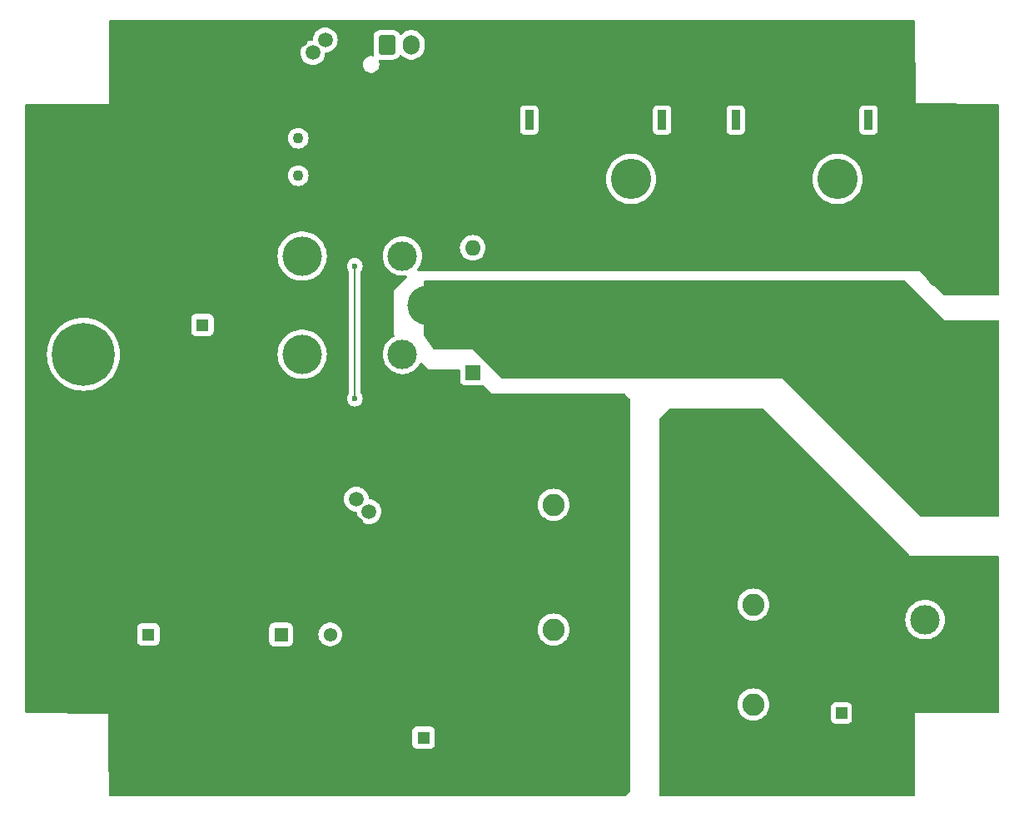
<source format=gbl>
%TF.GenerationSoftware,KiCad,Pcbnew,8.0.1*%
%TF.CreationDate,2024-05-22T17:07:33+09:00*%
%TF.ProjectId,power_bord,706f7765-725f-4626-9f72-642e6b696361,rev?*%
%TF.SameCoordinates,Original*%
%TF.FileFunction,Copper,L2,Bot*%
%TF.FilePolarity,Positive*%
%FSLAX46Y46*%
G04 Gerber Fmt 4.6, Leading zero omitted, Abs format (unit mm)*
G04 Created by KiCad (PCBNEW 8.0.1) date 2024-05-22 17:07:33*
%MOMM*%
%LPD*%
G01*
G04 APERTURE LIST*
G04 Aperture macros list*
%AMRoundRect*
0 Rectangle with rounded corners*
0 $1 Rounding radius*
0 $2 $3 $4 $5 $6 $7 $8 $9 X,Y pos of 4 corners*
0 Add a 4 corners polygon primitive as box body*
4,1,4,$2,$3,$4,$5,$6,$7,$8,$9,$2,$3,0*
0 Add four circle primitives for the rounded corners*
1,1,$1+$1,$2,$3*
1,1,$1+$1,$4,$5*
1,1,$1+$1,$6,$7*
1,1,$1+$1,$8,$9*
0 Add four rect primitives between the rounded corners*
20,1,$1+$1,$2,$3,$4,$5,0*
20,1,$1+$1,$4,$5,$6,$7,0*
20,1,$1+$1,$6,$7,$8,$9,0*
20,1,$1+$1,$8,$9,$2,$3,0*%
G04 Aperture macros list end*
%TA.AperFunction,ComponentPad*%
%ADD10C,1.500000*%
%TD*%
%TA.AperFunction,ComponentPad*%
%ADD11C,4.000000*%
%TD*%
%TA.AperFunction,ComponentPad*%
%ADD12C,3.000000*%
%TD*%
%TA.AperFunction,ComponentPad*%
%ADD13R,0.900000X2.000000*%
%TD*%
%TA.AperFunction,ComponentPad*%
%ADD14RoundRect,1.025000X-1.025000X-1.025000X1.025000X-1.025000X1.025000X1.025000X-1.025000X1.025000X0*%
%TD*%
%TA.AperFunction,ComponentPad*%
%ADD15C,4.100000*%
%TD*%
%TA.AperFunction,ComponentPad*%
%ADD16C,0.800000*%
%TD*%
%TA.AperFunction,ComponentPad*%
%ADD17C,6.400000*%
%TD*%
%TA.AperFunction,ComponentPad*%
%ADD18R,1.150000X1.150000*%
%TD*%
%TA.AperFunction,ComponentPad*%
%ADD19C,1.150000*%
%TD*%
%TA.AperFunction,ComponentPad*%
%ADD20RoundRect,0.250000X-0.600000X-0.750000X0.600000X-0.750000X0.600000X0.750000X-0.600000X0.750000X0*%
%TD*%
%TA.AperFunction,ComponentPad*%
%ADD21O,1.700000X2.000000*%
%TD*%
%TA.AperFunction,ComponentPad*%
%ADD22C,2.250000*%
%TD*%
%TA.AperFunction,ComponentPad*%
%ADD23C,1.100000*%
%TD*%
%TA.AperFunction,ComponentPad*%
%ADD24R,1.275000X1.275000*%
%TD*%
%TA.AperFunction,ComponentPad*%
%ADD25C,1.275000*%
%TD*%
%TA.AperFunction,ComponentPad*%
%ADD26R,1.381000X1.381000*%
%TD*%
%TA.AperFunction,ComponentPad*%
%ADD27C,1.381000*%
%TD*%
%TA.AperFunction,ComponentPad*%
%ADD28R,1.600000X1.600000*%
%TD*%
%TA.AperFunction,ComponentPad*%
%ADD29O,1.600000X1.600000*%
%TD*%
%TA.AperFunction,ViaPad*%
%ADD30C,0.600000*%
%TD*%
%TA.AperFunction,Conductor*%
%ADD31C,0.200000*%
%TD*%
G04 APERTURE END LIST*
D10*
%TO.P,Q2,1,D*%
%TO.N,Net-(J1-Pin_1)*%
X86000000Y-37500000D03*
%TO.P,Q2,2,G*%
%TO.N,Net-(Q1-D)*%
X84730000Y-38800000D03*
%TO.P,Q2,3,S*%
%TO.N,GND*%
X83460000Y-37500000D03*
%TD*%
%TO.P,Q1,1,D*%
%TO.N,Net-(Q1-D)*%
X89158000Y-84230000D03*
%TO.P,Q1,2,G*%
%TO.N,Net-(Q1-G)*%
X90458000Y-85500000D03*
%TO.P,Q1,3,S*%
%TO.N,GND*%
X89158000Y-86770000D03*
%TD*%
D11*
%TO.P,K1,11*%
%TO.N,Net-(J2-Pin_2)*%
X96350000Y-64500000D03*
%TO.P,K1,12*%
%TO.N,Net-(K1-Pad12)*%
X83650000Y-59500000D03*
%TO.P,K1,14*%
%TO.N,VCC*%
X83650000Y-69500000D03*
D12*
%TO.P,K1,A1*%
X93850000Y-69500000D03*
%TO.P,K1,A2*%
%TO.N,Net-(D1-A)*%
X93850000Y-59500000D03*
%TD*%
D13*
%TO.P,J2,*%
%TO.N,*%
X127750000Y-45650000D03*
X141250000Y-45650000D03*
D14*
%TO.P,J2,1,Pin_1*%
%TO.N,GND*%
X130900000Y-51650000D03*
D15*
%TO.P,J2,2,Pin_2*%
%TO.N,Net-(J2-Pin_2)*%
X138100000Y-51650000D03*
%TD*%
D16*
%TO.P,H1,1,1*%
%TO.N,VCC*%
X63800000Y-69500000D03*
X63097056Y-71197056D03*
X63097056Y-67802944D03*
X61400000Y-71900000D03*
D17*
X61400000Y-69500000D03*
D16*
X61400000Y-67100000D03*
X59702944Y-71197056D03*
X59702944Y-67802944D03*
X59000000Y-69500000D03*
%TD*%
D13*
%TO.P,J3,*%
%TO.N,*%
X106750000Y-45650000D03*
X120250000Y-45650000D03*
D14*
%TO.P,J3,1,Pin_1*%
%TO.N,GND*%
X109900000Y-51650000D03*
D15*
%TO.P,J3,2,Pin_2*%
%TO.N,Net-(J2-Pin_2)*%
X117100000Y-51650000D03*
%TD*%
D18*
%TO.P,C10,1*%
%TO.N,Net-(J2-Pin_2)*%
X113500000Y-62750000D03*
D19*
%TO.P,C10,2*%
%TO.N,GND*%
X113500000Y-60250000D03*
%TD*%
D20*
%TO.P,J1,1,Pin_1*%
%TO.N,Net-(J1-Pin_1)*%
X92250000Y-38000000D03*
D21*
%TO.P,J1,2,Pin_2*%
%TO.N,Net-(D1-A)*%
X94750000Y-38000000D03*
%TD*%
D16*
%TO.P,H2,1,1*%
%TO.N,GND*%
X63300000Y-53500000D03*
X62597056Y-55197056D03*
X62597056Y-51802944D03*
X60900000Y-55900000D03*
D17*
X60900000Y-53500000D03*
D16*
X60900000Y-51100000D03*
X59202944Y-55197056D03*
X59202944Y-51802944D03*
X58500000Y-53500000D03*
%TD*%
D22*
%TO.P,PS1,1,CTRL*%
%TO.N,unconnected-(PS1-CTRL-Pad1)*%
X109220000Y-84800000D03*
%TO.P,PS1,2,GND*%
%TO.N,GND*%
X109220000Y-92420000D03*
%TO.P,PS1,3,VIN*%
%TO.N,Net-(PS1-VIN)*%
X109220000Y-97500000D03*
%TO.P,PS1,4,+VO*%
%TO.N,Net-(PS1-+VO)*%
X129540000Y-105120000D03*
%TO.P,PS1,5,TRIM*%
%TO.N,unconnected-(PS1-TRIM-Pad5)*%
X129540000Y-94960000D03*
%TO.P,PS1,6,0V*%
%TO.N,Net-(PS1-0V)*%
X129540000Y-84800000D03*
%TD*%
D23*
%TO.P,R3,1,1*%
%TO.N,GND*%
X75750000Y-51310000D03*
%TO.P,R3,2,2*%
%TO.N,Net-(K1-Pad12)*%
X83250000Y-51310000D03*
%TO.P,R3,3,3*%
X83250000Y-47500000D03*
%TO.P,R3,4,4*%
%TO.N,GND*%
X75750000Y-47500000D03*
%TD*%
D18*
%TO.P,C12,1*%
%TO.N,Net-(PS1-+VO)*%
X138500000Y-106000000D03*
D19*
%TO.P,C12,2*%
%TO.N,Net-(PS1-0V)*%
X138500000Y-108500000D03*
%TD*%
D16*
%TO.P,H6,1,1*%
%TO.N,GND*%
X152300000Y-60000000D03*
X151597056Y-61697056D03*
X151597056Y-58302944D03*
X149900000Y-62400000D03*
D17*
X149900000Y-60000000D03*
D16*
X149900000Y-57600000D03*
X148202944Y-61697056D03*
X148202944Y-58302944D03*
X147500000Y-60000000D03*
%TD*%
D24*
%TO.P,C11,1*%
%TO.N,Net-(J2-Pin_2)*%
X124500000Y-63500000D03*
D25*
%TO.P,C11,2*%
%TO.N,GND*%
X124500000Y-58500000D03*
%TD*%
D26*
%TO.P,L1,1,1*%
%TO.N,VCC*%
X81500000Y-98000000D03*
D27*
%TO.P,L1,2,2*%
%TO.N,Net-(PS1-VIN)*%
X86500000Y-98000000D03*
%TD*%
D28*
%TO.P,D1,1,K*%
%TO.N,VCC*%
X101000000Y-71350000D03*
D29*
%TO.P,D1,2,A*%
%TO.N,Net-(D1-A)*%
X101000000Y-58650000D03*
%TD*%
D12*
%TO.P,J4,1,1*%
%TO.N,Net-(PS1-0V)*%
X141000000Y-96500000D03*
%TO.P,J4,2,2*%
%TO.N,Net-(PS1-+VO)*%
X147000000Y-96500000D03*
%TO.P,J4,3,3*%
%TO.N,Net-(PS1-0V)*%
X144000000Y-91800000D03*
%TD*%
D24*
%TO.P,C1,1*%
%TO.N,VCC*%
X73500000Y-66500000D03*
D25*
%TO.P,C1,2*%
%TO.N,GND*%
X73500000Y-61500000D03*
%TD*%
D24*
%TO.P,C4,1*%
%TO.N,Net-(PS1-VIN)*%
X96000000Y-108500000D03*
D25*
%TO.P,C4,2*%
%TO.N,GND*%
X96000000Y-103500000D03*
%TD*%
D24*
%TO.P,C2,1*%
%TO.N,VCC*%
X68000000Y-98000000D03*
D25*
%TO.P,C2,2*%
%TO.N,GND*%
X63000000Y-98000000D03*
%TD*%
D16*
%TO.P,H5,1,1*%
%TO.N,Net-(J2-Pin_2)*%
X152300000Y-71652944D03*
X151597056Y-73350000D03*
X151597056Y-69955888D03*
X149900000Y-74052944D03*
D17*
X149900000Y-71652944D03*
D16*
X149900000Y-69252944D03*
X148202944Y-73350000D03*
X148202944Y-69955888D03*
X147500000Y-71652944D03*
%TD*%
D30*
%TO.N,GND*%
X88000000Y-79000000D03*
X61000000Y-48000000D03*
X115000000Y-88500000D03*
X62000000Y-90500000D03*
X153000000Y-56500000D03*
X91000000Y-63500000D03*
X102500000Y-90500000D03*
X116000000Y-76500000D03*
X57000000Y-59000000D03*
X73500000Y-47000000D03*
X153500000Y-62500000D03*
X143500000Y-41000000D03*
X146000000Y-56500000D03*
X70500000Y-61500000D03*
X116000000Y-79500000D03*
X62500000Y-86500000D03*
X100500000Y-81500000D03*
X116000000Y-41500000D03*
X96500000Y-85500000D03*
X107500000Y-93500000D03*
X111500000Y-93500000D03*
X84000000Y-81500000D03*
X85500000Y-86000000D03*
X87500000Y-83000000D03*
X85000000Y-75500000D03*
X81000000Y-37500000D03*
X76500000Y-61500000D03*
X82000000Y-85000000D03*
X100500000Y-75000000D03*
X149500000Y-49500000D03*
X91500000Y-51500000D03*
X65000000Y-48000000D03*
X106500000Y-60500000D03*
X101500000Y-94000000D03*
X58000000Y-86500000D03*
X70000000Y-39500000D03*
X108000000Y-91000000D03*
X81500000Y-89000000D03*
X65500000Y-54000000D03*
X101000000Y-54000000D03*
X61000000Y-59000000D03*
X73500000Y-51000000D03*
X74500000Y-84500000D03*
X56500000Y-53500000D03*
X112000000Y-80500000D03*
X91000000Y-75000000D03*
X91500000Y-42500000D03*
X102500000Y-42500000D03*
X73500000Y-59000000D03*
X109500000Y-40500000D03*
X75000000Y-88500000D03*
X91500000Y-80500000D03*
X134000000Y-41000000D03*
X111000000Y-91500000D03*
X76500000Y-84500000D03*
X111500000Y-74500000D03*
X124000000Y-40000000D03*
X56500000Y-48000000D03*
X65000000Y-59000000D03*
%TO.N,Net-(PS1-0V)*%
X140000000Y-94000000D03*
X122000000Y-85500000D03*
X130500000Y-90500000D03*
X129500000Y-83000000D03*
X153000000Y-92000000D03*
X120500000Y-76500000D03*
X142000000Y-92000000D03*
X129000000Y-77500000D03*
X129500000Y-86500000D03*
X131500000Y-85000000D03*
X144000000Y-89500000D03*
X139500000Y-88500000D03*
X123500000Y-91500000D03*
X134500000Y-82500000D03*
X127500000Y-85000000D03*
X138500000Y-97000000D03*
X144000000Y-97000000D03*
X120500000Y-79500000D03*
X144000000Y-94500000D03*
X123500000Y-97000000D03*
X146500000Y-92000000D03*
%TO.N,Net-(Q1-D)*%
X89000000Y-60500000D03*
X89000000Y-74000000D03*
%TD*%
D31*
%TO.N,Net-(Q1-D)*%
X89000000Y-60500000D02*
X89000000Y-73000000D01*
X89000000Y-73000000D02*
X89000000Y-74000000D01*
%TD*%
%TA.AperFunction,Conductor*%
%TO.N,Net-(J2-Pin_2)*%
G36*
X145015677Y-62019685D02*
G01*
X145036319Y-62036319D01*
X149000000Y-66000000D01*
X154375500Y-66000000D01*
X154442539Y-66019685D01*
X154488294Y-66072489D01*
X154499500Y-66124000D01*
X154499500Y-85876000D01*
X154479815Y-85943039D01*
X154427011Y-85988794D01*
X154375500Y-86000000D01*
X146551362Y-86000000D01*
X146484323Y-85980315D01*
X146463681Y-85963681D01*
X132500000Y-72000000D01*
X104051362Y-72000000D01*
X103984323Y-71980315D01*
X103963681Y-71963681D01*
X101000000Y-69000000D01*
X97066363Y-69000000D01*
X96999324Y-68980315D01*
X96963189Y-68944783D01*
X96020826Y-67531239D01*
X96000018Y-67464540D01*
X96000000Y-67462456D01*
X96000000Y-62124000D01*
X96019685Y-62056961D01*
X96072489Y-62011206D01*
X96124000Y-62000000D01*
X144948638Y-62000000D01*
X145015677Y-62019685D01*
G37*
%TD.AperFunction*%
%TD*%
%TA.AperFunction,Conductor*%
%TO.N,GND*%
G36*
X145947483Y-35520185D02*
G01*
X145993238Y-35572989D01*
X146004441Y-35623617D01*
X146063637Y-43936362D01*
X146141068Y-43936880D01*
X154376332Y-43991999D01*
X154443236Y-44012132D01*
X154488637Y-44065241D01*
X154499500Y-44115996D01*
X154499500Y-63376000D01*
X154479815Y-63443039D01*
X154427011Y-63488794D01*
X154375500Y-63500000D01*
X149051362Y-63500000D01*
X148984323Y-63480315D01*
X148963681Y-63463681D01*
X146500000Y-61000000D01*
X95473769Y-61000000D01*
X95406730Y-60980315D01*
X95360975Y-60927511D01*
X95351031Y-60858353D01*
X95374502Y-60801690D01*
X95472118Y-60671288D01*
X95537226Y-60584315D01*
X95674367Y-60333161D01*
X95774369Y-60065046D01*
X95835196Y-59785428D01*
X95855610Y-59500000D01*
X95835196Y-59214572D01*
X95828979Y-59185995D01*
X95774371Y-58934962D01*
X95774370Y-58934960D01*
X95774369Y-58934954D01*
X95674367Y-58666839D01*
X95665173Y-58650001D01*
X99694532Y-58650001D01*
X99714364Y-58876686D01*
X99714366Y-58876697D01*
X99773258Y-59096488D01*
X99773261Y-59096497D01*
X99869431Y-59302732D01*
X99869432Y-59302734D01*
X99999954Y-59489141D01*
X100160858Y-59650045D01*
X100160861Y-59650047D01*
X100347266Y-59780568D01*
X100553504Y-59876739D01*
X100773308Y-59935635D01*
X100935230Y-59949801D01*
X100999998Y-59955468D01*
X101000000Y-59955468D01*
X101000002Y-59955468D01*
X101056673Y-59950509D01*
X101226692Y-59935635D01*
X101446496Y-59876739D01*
X101652734Y-59780568D01*
X101839139Y-59650047D01*
X102000047Y-59489139D01*
X102130568Y-59302734D01*
X102226739Y-59096496D01*
X102285635Y-58876692D01*
X102305468Y-58650000D01*
X102285635Y-58423308D01*
X102226739Y-58203504D01*
X102130568Y-57997266D01*
X102001387Y-57812775D01*
X102000045Y-57810858D01*
X101839141Y-57649954D01*
X101652734Y-57519432D01*
X101652732Y-57519431D01*
X101446497Y-57423261D01*
X101446488Y-57423258D01*
X101226697Y-57364366D01*
X101226693Y-57364365D01*
X101226692Y-57364365D01*
X101226691Y-57364364D01*
X101226686Y-57364364D01*
X101000002Y-57344532D01*
X100999998Y-57344532D01*
X100773313Y-57364364D01*
X100773302Y-57364366D01*
X100553511Y-57423258D01*
X100553502Y-57423261D01*
X100347267Y-57519431D01*
X100347265Y-57519432D01*
X100160858Y-57649954D01*
X99999954Y-57810858D01*
X99869432Y-57997265D01*
X99869431Y-57997267D01*
X99773261Y-58203502D01*
X99773258Y-58203511D01*
X99714366Y-58423302D01*
X99714364Y-58423313D01*
X99694532Y-58649998D01*
X99694532Y-58650001D01*
X95665173Y-58650001D01*
X95541388Y-58423308D01*
X95537229Y-58415690D01*
X95537224Y-58415682D01*
X95365745Y-58186612D01*
X95365729Y-58186594D01*
X95163405Y-57984270D01*
X95163387Y-57984254D01*
X94934317Y-57812775D01*
X94934309Y-57812770D01*
X94683166Y-57675635D01*
X94683167Y-57675635D01*
X94575915Y-57635632D01*
X94415046Y-57575631D01*
X94415043Y-57575630D01*
X94415037Y-57575628D01*
X94135433Y-57514804D01*
X93850001Y-57494390D01*
X93849999Y-57494390D01*
X93564566Y-57514804D01*
X93284962Y-57575628D01*
X93016833Y-57675635D01*
X92765690Y-57812770D01*
X92765682Y-57812775D01*
X92536612Y-57984254D01*
X92536594Y-57984270D01*
X92334270Y-58186594D01*
X92334254Y-58186612D01*
X92162775Y-58415682D01*
X92162770Y-58415690D01*
X92025635Y-58666833D01*
X91925628Y-58934962D01*
X91864804Y-59214566D01*
X91844390Y-59499998D01*
X91844390Y-59500001D01*
X91864804Y-59785433D01*
X91925628Y-60065037D01*
X91925630Y-60065043D01*
X91925631Y-60065046D01*
X91947278Y-60123083D01*
X92025635Y-60333166D01*
X92162770Y-60584309D01*
X92162775Y-60584317D01*
X92334254Y-60813387D01*
X92334270Y-60813405D01*
X92536594Y-61015729D01*
X92536612Y-61015745D01*
X92765682Y-61187224D01*
X92765690Y-61187229D01*
X93016833Y-61324364D01*
X93016832Y-61324364D01*
X93016836Y-61324365D01*
X93016839Y-61324367D01*
X93284954Y-61424369D01*
X93284960Y-61424370D01*
X93284962Y-61424371D01*
X93564566Y-61485195D01*
X93564568Y-61485195D01*
X93564572Y-61485196D01*
X93818220Y-61503337D01*
X93849999Y-61505610D01*
X93850000Y-61505610D01*
X93850001Y-61505610D01*
X93878595Y-61503564D01*
X94135428Y-61485196D01*
X94135433Y-61485195D01*
X94207621Y-61469492D01*
X94277312Y-61474476D01*
X94333246Y-61516347D01*
X94357663Y-61581812D01*
X94342811Y-61650085D01*
X94321660Y-61678339D01*
X93000000Y-62999999D01*
X93000000Y-67500000D01*
X93002420Y-67502420D01*
X93035905Y-67563743D01*
X93030921Y-67633435D01*
X92989049Y-67689368D01*
X92974166Y-67698933D01*
X92765690Y-67812770D01*
X92765682Y-67812775D01*
X92536612Y-67984254D01*
X92536594Y-67984270D01*
X92334270Y-68186594D01*
X92334254Y-68186612D01*
X92162775Y-68415682D01*
X92162770Y-68415690D01*
X92025635Y-68666833D01*
X91925628Y-68934962D01*
X91864804Y-69214566D01*
X91844390Y-69499998D01*
X91844390Y-69500001D01*
X91864804Y-69785433D01*
X91925628Y-70065037D01*
X91925630Y-70065043D01*
X91925631Y-70065046D01*
X92002235Y-70270429D01*
X92025635Y-70333166D01*
X92162770Y-70584309D01*
X92162775Y-70584317D01*
X92334254Y-70813387D01*
X92334270Y-70813405D01*
X92536594Y-71015729D01*
X92536612Y-71015745D01*
X92765682Y-71187224D01*
X92765690Y-71187229D01*
X93016833Y-71324364D01*
X93016832Y-71324364D01*
X93016836Y-71324365D01*
X93016839Y-71324367D01*
X93284954Y-71424369D01*
X93284960Y-71424370D01*
X93284962Y-71424371D01*
X93564566Y-71485195D01*
X93564568Y-71485195D01*
X93564572Y-71485196D01*
X93818220Y-71503337D01*
X93849999Y-71505610D01*
X93850000Y-71505610D01*
X93850001Y-71505610D01*
X93878595Y-71503564D01*
X94135428Y-71485196D01*
X94386964Y-71430478D01*
X94415037Y-71424371D01*
X94415037Y-71424370D01*
X94415046Y-71424369D01*
X94683161Y-71324367D01*
X94934315Y-71187226D01*
X95163395Y-71015739D01*
X95365739Y-70813395D01*
X95537226Y-70584315D01*
X95651066Y-70375832D01*
X95700471Y-70326428D01*
X95768744Y-70311576D01*
X95834208Y-70335993D01*
X95847579Y-70347579D01*
X96500000Y-71000000D01*
X99575500Y-71000000D01*
X99642539Y-71019685D01*
X99688294Y-71072489D01*
X99699500Y-71124000D01*
X99699500Y-72197870D01*
X99699501Y-72197876D01*
X99705908Y-72257483D01*
X99756202Y-72392328D01*
X99756206Y-72392335D01*
X99842452Y-72507544D01*
X99842455Y-72507547D01*
X99957664Y-72593793D01*
X99957671Y-72593797D01*
X100092517Y-72644091D01*
X100092516Y-72644091D01*
X100099444Y-72644835D01*
X100152127Y-72650500D01*
X101847872Y-72650499D01*
X101907483Y-72644091D01*
X102005152Y-72607662D01*
X102074841Y-72602679D01*
X102136164Y-72636164D01*
X103000000Y-73500000D01*
X116448638Y-73500000D01*
X116515677Y-73519685D01*
X116536319Y-73536319D01*
X116963681Y-73963681D01*
X116997166Y-74025004D01*
X117000000Y-74051362D01*
X117000000Y-113948638D01*
X116980315Y-114015677D01*
X116963681Y-114036319D01*
X116536819Y-114463181D01*
X116475496Y-114496666D01*
X116449138Y-114499500D01*
X64118089Y-114499500D01*
X64051050Y-114479815D01*
X64005295Y-114427011D01*
X63994095Y-114376675D01*
X63949204Y-109637999D01*
X63944916Y-109185370D01*
X94862000Y-109185370D01*
X94862001Y-109185376D01*
X94868408Y-109244983D01*
X94918702Y-109379828D01*
X94918706Y-109379835D01*
X95004952Y-109495044D01*
X95004955Y-109495047D01*
X95120164Y-109581293D01*
X95120171Y-109581297D01*
X95255017Y-109631591D01*
X95255016Y-109631591D01*
X95261944Y-109632335D01*
X95314627Y-109638000D01*
X96685372Y-109637999D01*
X96744983Y-109631591D01*
X96879831Y-109581296D01*
X96995046Y-109495046D01*
X97081296Y-109379831D01*
X97131591Y-109244983D01*
X97138000Y-109185373D01*
X97137999Y-107814628D01*
X97131591Y-107755017D01*
X97081296Y-107620169D01*
X97081295Y-107620168D01*
X97081293Y-107620164D01*
X96995047Y-107504955D01*
X96995044Y-107504952D01*
X96879835Y-107418706D01*
X96879828Y-107418702D01*
X96744982Y-107368408D01*
X96744983Y-107368408D01*
X96685383Y-107362001D01*
X96685381Y-107362000D01*
X96685373Y-107362000D01*
X96685364Y-107362000D01*
X95314629Y-107362000D01*
X95314623Y-107362001D01*
X95255016Y-107368408D01*
X95120171Y-107418702D01*
X95120164Y-107418706D01*
X95004955Y-107504952D01*
X95004952Y-107504955D01*
X94918706Y-107620164D01*
X94918702Y-107620171D01*
X94868408Y-107755017D01*
X94862001Y-107814616D01*
X94862001Y-107814623D01*
X94862000Y-107814635D01*
X94862000Y-109185370D01*
X63944916Y-109185370D01*
X63915541Y-106084459D01*
X63915540Y-106084458D01*
X55623325Y-106005868D01*
X55556475Y-105985549D01*
X55511223Y-105932314D01*
X55500500Y-105881874D01*
X55500500Y-98685370D01*
X66862000Y-98685370D01*
X66862001Y-98685376D01*
X66868408Y-98744983D01*
X66918702Y-98879828D01*
X66918706Y-98879835D01*
X67004952Y-98995044D01*
X67004955Y-98995047D01*
X67120164Y-99081293D01*
X67120171Y-99081297D01*
X67255017Y-99131591D01*
X67255016Y-99131591D01*
X67261944Y-99132335D01*
X67314627Y-99138000D01*
X68685372Y-99137999D01*
X68744983Y-99131591D01*
X68879831Y-99081296D01*
X68995046Y-98995046D01*
X69081296Y-98879831D01*
X69131591Y-98744983D01*
X69132302Y-98738370D01*
X80309000Y-98738370D01*
X80309001Y-98738376D01*
X80315408Y-98797983D01*
X80365702Y-98932828D01*
X80365706Y-98932835D01*
X80451952Y-99048044D01*
X80451955Y-99048047D01*
X80567164Y-99134293D01*
X80567171Y-99134297D01*
X80702017Y-99184591D01*
X80702016Y-99184591D01*
X80708944Y-99185335D01*
X80761627Y-99191000D01*
X82238372Y-99190999D01*
X82297983Y-99184591D01*
X82432831Y-99134296D01*
X82548046Y-99048046D01*
X82634296Y-98932831D01*
X82684591Y-98797983D01*
X82691000Y-98738373D01*
X82690999Y-98000000D01*
X85303898Y-98000000D01*
X85324263Y-98219778D01*
X85324263Y-98219780D01*
X85324264Y-98219783D01*
X85384668Y-98432082D01*
X85384669Y-98432085D01*
X85483054Y-98629667D01*
X85616071Y-98805811D01*
X85697273Y-98879835D01*
X85779188Y-98954510D01*
X85966851Y-99070707D01*
X86172671Y-99150442D01*
X86389638Y-99191000D01*
X86389640Y-99191000D01*
X86610360Y-99191000D01*
X86610362Y-99191000D01*
X86827329Y-99150442D01*
X87033149Y-99070707D01*
X87220812Y-98954510D01*
X87383930Y-98805809D01*
X87516946Y-98629667D01*
X87615332Y-98432082D01*
X87675736Y-98219783D01*
X87696102Y-98000000D01*
X87675736Y-97780217D01*
X87615332Y-97567918D01*
X87581513Y-97500000D01*
X107589474Y-97500000D01*
X107609547Y-97755064D01*
X107609547Y-97755067D01*
X107609548Y-97755070D01*
X107616822Y-97785368D01*
X107669279Y-98003864D01*
X107767188Y-98240239D01*
X107767190Y-98240242D01*
X107900875Y-98458396D01*
X107900878Y-98458401D01*
X107941199Y-98505610D01*
X108067044Y-98652956D01*
X108174793Y-98744982D01*
X108261598Y-98819121D01*
X108261603Y-98819124D01*
X108479757Y-98952809D01*
X108479760Y-98952811D01*
X108709682Y-99048047D01*
X108716140Y-99050722D01*
X108964930Y-99110452D01*
X109220000Y-99130526D01*
X109475070Y-99110452D01*
X109723860Y-99050722D01*
X109842051Y-99001765D01*
X109960239Y-98952811D01*
X109960240Y-98952810D01*
X109960243Y-98952809D01*
X110178399Y-98819123D01*
X110372956Y-98652956D01*
X110539123Y-98458399D01*
X110672809Y-98240243D01*
X110694770Y-98187226D01*
X110721765Y-98122051D01*
X110770722Y-98003860D01*
X110830452Y-97755070D01*
X110850526Y-97500000D01*
X110830452Y-97244930D01*
X110770722Y-96996140D01*
X110738646Y-96918702D01*
X110672811Y-96759760D01*
X110672809Y-96759757D01*
X110539124Y-96541603D01*
X110539121Y-96541598D01*
X110429124Y-96412809D01*
X110372956Y-96347044D01*
X110266591Y-96256200D01*
X110178401Y-96180878D01*
X110178396Y-96180875D01*
X109960242Y-96047190D01*
X109960239Y-96047188D01*
X109723864Y-95949279D01*
X109723860Y-95949278D01*
X109475070Y-95889548D01*
X109475067Y-95889547D01*
X109475064Y-95889547D01*
X109220000Y-95869474D01*
X108964935Y-95889547D01*
X108964931Y-95889547D01*
X108964930Y-95889548D01*
X108844759Y-95918399D01*
X108716135Y-95949279D01*
X108479760Y-96047188D01*
X108479757Y-96047190D01*
X108261603Y-96180875D01*
X108261598Y-96180878D01*
X108067044Y-96347044D01*
X107900878Y-96541598D01*
X107900875Y-96541603D01*
X107767190Y-96759757D01*
X107767188Y-96759760D01*
X107669279Y-96996135D01*
X107609547Y-97244935D01*
X107589474Y-97500000D01*
X87581513Y-97500000D01*
X87516946Y-97370333D01*
X87383930Y-97194191D01*
X87383928Y-97194188D01*
X87220813Y-97045491D01*
X87220812Y-97045490D01*
X87033149Y-96929293D01*
X87033148Y-96929292D01*
X86875989Y-96868409D01*
X86827329Y-96849558D01*
X86610362Y-96809000D01*
X86389638Y-96809000D01*
X86172671Y-96849558D01*
X86172668Y-96849558D01*
X86172668Y-96849559D01*
X85966851Y-96929292D01*
X85966850Y-96929293D01*
X85779186Y-97045491D01*
X85616071Y-97194188D01*
X85483054Y-97370332D01*
X85384669Y-97567914D01*
X85324263Y-97780221D01*
X85303898Y-97999999D01*
X85303898Y-98000000D01*
X82690999Y-98000000D01*
X82690999Y-97261628D01*
X82684591Y-97202017D01*
X82676101Y-97179255D01*
X82634297Y-97067171D01*
X82634293Y-97067164D01*
X82548047Y-96951955D01*
X82548044Y-96951952D01*
X82432835Y-96865706D01*
X82432828Y-96865702D01*
X82297982Y-96815408D01*
X82297983Y-96815408D01*
X82238383Y-96809001D01*
X82238381Y-96809000D01*
X82238373Y-96809000D01*
X82238364Y-96809000D01*
X80761629Y-96809000D01*
X80761623Y-96809001D01*
X80702016Y-96815408D01*
X80567171Y-96865702D01*
X80567164Y-96865706D01*
X80451955Y-96951952D01*
X80451952Y-96951955D01*
X80365706Y-97067164D01*
X80365702Y-97067171D01*
X80315408Y-97202017D01*
X80309001Y-97261616D01*
X80309001Y-97261623D01*
X80309000Y-97261635D01*
X80309000Y-98738370D01*
X69132302Y-98738370D01*
X69138000Y-98685373D01*
X69137999Y-97314628D01*
X69131591Y-97255017D01*
X69111823Y-97202017D01*
X69081297Y-97120171D01*
X69081293Y-97120164D01*
X68995047Y-97004955D01*
X68995044Y-97004952D01*
X68879835Y-96918706D01*
X68879828Y-96918702D01*
X68744982Y-96868408D01*
X68744983Y-96868408D01*
X68685383Y-96862001D01*
X68685381Y-96862000D01*
X68685373Y-96862000D01*
X68685364Y-96862000D01*
X67314629Y-96862000D01*
X67314623Y-96862001D01*
X67255016Y-96868408D01*
X67120171Y-96918702D01*
X67120164Y-96918706D01*
X67004955Y-97004952D01*
X67004952Y-97004955D01*
X66918706Y-97120164D01*
X66918702Y-97120171D01*
X66868408Y-97255017D01*
X66867697Y-97261635D01*
X66862001Y-97314623D01*
X66862000Y-97314635D01*
X66862000Y-98685370D01*
X55500500Y-98685370D01*
X55500500Y-84230002D01*
X87902723Y-84230002D01*
X87921793Y-84447975D01*
X87921793Y-84447979D01*
X87978422Y-84659322D01*
X87978424Y-84659326D01*
X87978425Y-84659330D01*
X87994795Y-84694435D01*
X88070897Y-84857638D01*
X88081206Y-84872361D01*
X88196402Y-85036877D01*
X88351123Y-85191598D01*
X88530361Y-85317102D01*
X88728670Y-85409575D01*
X88940023Y-85466207D01*
X89098117Y-85480038D01*
X89163186Y-85505490D01*
X89204165Y-85562081D01*
X89210838Y-85592759D01*
X89221793Y-85717975D01*
X89221793Y-85717979D01*
X89278422Y-85929322D01*
X89278424Y-85929326D01*
X89278425Y-85929330D01*
X89289442Y-85952955D01*
X89370897Y-86127638D01*
X89370898Y-86127639D01*
X89496402Y-86306877D01*
X89651123Y-86461598D01*
X89830361Y-86587102D01*
X90028670Y-86679575D01*
X90240023Y-86736207D01*
X90422926Y-86752208D01*
X90457998Y-86755277D01*
X90458000Y-86755277D01*
X90458002Y-86755277D01*
X90486254Y-86752805D01*
X90675977Y-86736207D01*
X90887330Y-86679575D01*
X91085639Y-86587102D01*
X91264877Y-86461598D01*
X91419598Y-86306877D01*
X91545102Y-86127639D01*
X91637575Y-85929330D01*
X91694207Y-85717977D01*
X91713277Y-85500000D01*
X91710320Y-85466206D01*
X91700112Y-85349522D01*
X91694207Y-85282023D01*
X91637575Y-85070670D01*
X91545102Y-84872362D01*
X91545100Y-84872359D01*
X91545099Y-84872357D01*
X91494434Y-84800000D01*
X107589474Y-84800000D01*
X107609547Y-85055064D01*
X107609547Y-85055067D01*
X107609548Y-85055070D01*
X107613295Y-85070677D01*
X107669279Y-85303864D01*
X107767188Y-85540239D01*
X107767190Y-85540242D01*
X107900875Y-85758396D01*
X107900878Y-85758401D01*
X107941160Y-85805565D01*
X108067044Y-85952956D01*
X108191579Y-86059319D01*
X108261598Y-86119121D01*
X108261600Y-86119122D01*
X108261601Y-86119123D01*
X108435664Y-86225789D01*
X108479757Y-86252809D01*
X108479760Y-86252811D01*
X108716135Y-86350720D01*
X108716140Y-86350722D01*
X108964930Y-86410452D01*
X109220000Y-86430526D01*
X109475070Y-86410452D01*
X109723860Y-86350722D01*
X109943957Y-86259555D01*
X109960239Y-86252811D01*
X109960240Y-86252810D01*
X109960243Y-86252809D01*
X110178399Y-86119123D01*
X110372956Y-85952956D01*
X110539123Y-85758399D01*
X110672809Y-85540243D01*
X110689478Y-85500002D01*
X110770720Y-85303864D01*
X110770722Y-85303860D01*
X110830452Y-85055070D01*
X110850526Y-84800000D01*
X110830452Y-84544930D01*
X110770722Y-84296140D01*
X110761639Y-84274211D01*
X110672811Y-84059760D01*
X110672809Y-84059757D01*
X110539124Y-83841603D01*
X110539121Y-83841598D01*
X110479319Y-83771579D01*
X110372956Y-83647044D01*
X110266591Y-83556200D01*
X110178401Y-83480878D01*
X110178396Y-83480875D01*
X109960242Y-83347190D01*
X109960239Y-83347188D01*
X109723864Y-83249279D01*
X109723860Y-83249278D01*
X109475070Y-83189548D01*
X109475067Y-83189547D01*
X109475064Y-83189547D01*
X109220000Y-83169474D01*
X108964935Y-83189547D01*
X108964931Y-83189547D01*
X108964930Y-83189548D01*
X108840535Y-83219413D01*
X108716135Y-83249279D01*
X108479760Y-83347188D01*
X108479757Y-83347190D01*
X108261603Y-83480875D01*
X108261598Y-83480878D01*
X108067044Y-83647044D01*
X107900878Y-83841598D01*
X107900875Y-83841603D01*
X107767190Y-84059757D01*
X107767188Y-84059760D01*
X107669279Y-84296135D01*
X107609547Y-84544935D01*
X107589474Y-84800000D01*
X91494434Y-84800000D01*
X91419599Y-84693124D01*
X91376953Y-84650478D01*
X91264877Y-84538402D01*
X91085639Y-84412898D01*
X91085640Y-84412898D01*
X91085638Y-84412897D01*
X90986484Y-84366661D01*
X90887330Y-84320425D01*
X90887326Y-84320424D01*
X90887322Y-84320422D01*
X90675977Y-84263793D01*
X90517881Y-84249961D01*
X90452813Y-84224508D01*
X90411834Y-84167917D01*
X90405162Y-84137244D01*
X90394207Y-84012023D01*
X90348543Y-83841603D01*
X90337577Y-83800677D01*
X90337576Y-83800676D01*
X90337575Y-83800670D01*
X90245102Y-83602362D01*
X90245100Y-83602359D01*
X90245099Y-83602357D01*
X90119599Y-83423124D01*
X90043663Y-83347188D01*
X89964877Y-83268402D01*
X89785639Y-83142898D01*
X89785640Y-83142898D01*
X89785638Y-83142897D01*
X89686484Y-83096661D01*
X89587330Y-83050425D01*
X89587326Y-83050424D01*
X89587322Y-83050422D01*
X89375977Y-82993793D01*
X89158002Y-82974723D01*
X89157998Y-82974723D01*
X89012682Y-82987436D01*
X88940023Y-82993793D01*
X88940020Y-82993793D01*
X88728677Y-83050422D01*
X88728668Y-83050426D01*
X88530361Y-83142898D01*
X88530357Y-83142900D01*
X88351121Y-83268402D01*
X88196402Y-83423121D01*
X88070900Y-83602357D01*
X88070898Y-83602361D01*
X87978426Y-83800668D01*
X87978422Y-83800677D01*
X87921793Y-84012020D01*
X87921793Y-84012024D01*
X87902723Y-84229997D01*
X87902723Y-84230002D01*
X55500500Y-84230002D01*
X55500500Y-74000003D01*
X88194435Y-74000003D01*
X88214630Y-74179249D01*
X88214631Y-74179254D01*
X88274211Y-74349523D01*
X88310154Y-74406725D01*
X88370184Y-74502262D01*
X88497738Y-74629816D01*
X88650478Y-74725789D01*
X88820745Y-74785368D01*
X88820750Y-74785369D01*
X88999996Y-74805565D01*
X89000000Y-74805565D01*
X89000004Y-74805565D01*
X89179249Y-74785369D01*
X89179252Y-74785368D01*
X89179255Y-74785368D01*
X89349522Y-74725789D01*
X89502262Y-74629816D01*
X89629816Y-74502262D01*
X89725789Y-74349522D01*
X89785368Y-74179255D01*
X89785369Y-74179249D01*
X89805565Y-74000003D01*
X89805565Y-73999996D01*
X89785369Y-73820750D01*
X89785368Y-73820745D01*
X89725788Y-73650476D01*
X89643606Y-73519685D01*
X89629816Y-73497738D01*
X89629814Y-73497736D01*
X89629813Y-73497734D01*
X89627550Y-73494896D01*
X89626659Y-73492715D01*
X89626111Y-73491842D01*
X89626264Y-73491745D01*
X89601144Y-73430209D01*
X89600500Y-73417587D01*
X89600500Y-61082412D01*
X89620185Y-61015373D01*
X89627555Y-61005097D01*
X89629810Y-61002267D01*
X89629816Y-61002262D01*
X89725789Y-60849522D01*
X89785368Y-60679255D01*
X89805565Y-60500000D01*
X89796812Y-60422316D01*
X89785369Y-60320750D01*
X89785368Y-60320745D01*
X89725788Y-60150476D01*
X89629815Y-59997737D01*
X89502262Y-59870184D01*
X89349523Y-59774211D01*
X89179254Y-59714631D01*
X89179249Y-59714630D01*
X89000004Y-59694435D01*
X88999996Y-59694435D01*
X88820750Y-59714630D01*
X88820745Y-59714631D01*
X88650476Y-59774211D01*
X88497737Y-59870184D01*
X88370184Y-59997737D01*
X88274211Y-60150476D01*
X88214631Y-60320745D01*
X88214630Y-60320750D01*
X88194435Y-60499996D01*
X88194435Y-60500003D01*
X88214630Y-60679249D01*
X88214631Y-60679254D01*
X88274211Y-60849523D01*
X88323215Y-60927511D01*
X88351584Y-60972661D01*
X88370185Y-61002263D01*
X88372445Y-61005097D01*
X88373334Y-61007275D01*
X88373889Y-61008158D01*
X88373734Y-61008255D01*
X88398855Y-61069783D01*
X88399500Y-61082412D01*
X88399500Y-73417587D01*
X88379815Y-73484626D01*
X88372450Y-73494896D01*
X88370186Y-73497734D01*
X88274211Y-73650476D01*
X88214631Y-73820745D01*
X88214630Y-73820750D01*
X88194435Y-73999996D01*
X88194435Y-74000003D01*
X55500500Y-74000003D01*
X55500500Y-69500000D01*
X57694422Y-69500000D01*
X57714722Y-69887339D01*
X57752060Y-70123083D01*
X57775398Y-70270433D01*
X57839015Y-70507857D01*
X57875788Y-70645094D01*
X58014787Y-71007197D01*
X58190877Y-71352793D01*
X58402122Y-71678082D01*
X58402124Y-71678084D01*
X58646219Y-71979516D01*
X58920484Y-72253781D01*
X58920488Y-72253784D01*
X59221917Y-72497877D01*
X59456936Y-72650500D01*
X59547211Y-72709125D01*
X59892806Y-72885214D01*
X60254913Y-73024214D01*
X60629567Y-73124602D01*
X61012662Y-73185278D01*
X61378576Y-73204455D01*
X61399999Y-73205578D01*
X61400000Y-73205578D01*
X61400001Y-73205578D01*
X61420301Y-73204514D01*
X61787338Y-73185278D01*
X62170433Y-73124602D01*
X62545087Y-73024214D01*
X62907194Y-72885214D01*
X63252789Y-72709125D01*
X63578084Y-72497876D01*
X63879516Y-72253781D01*
X64153781Y-71979516D01*
X64397876Y-71678084D01*
X64609125Y-71352789D01*
X64785214Y-71007194D01*
X64924214Y-70645087D01*
X65024602Y-70270433D01*
X65085278Y-69887338D01*
X65105578Y-69500005D01*
X81144556Y-69500005D01*
X81164310Y-69814004D01*
X81164311Y-69814011D01*
X81223270Y-70123083D01*
X81320497Y-70422316D01*
X81320499Y-70422321D01*
X81454461Y-70707003D01*
X81454464Y-70707009D01*
X81623051Y-70972661D01*
X81623054Y-70972665D01*
X81823606Y-71215090D01*
X81823608Y-71215092D01*
X81823610Y-71215094D01*
X81939971Y-71324364D01*
X82052968Y-71430476D01*
X82052978Y-71430484D01*
X82307504Y-71615408D01*
X82307509Y-71615410D01*
X82307516Y-71615416D01*
X82583234Y-71766994D01*
X82583239Y-71766996D01*
X82583241Y-71766997D01*
X82583242Y-71766998D01*
X82875771Y-71882818D01*
X82875774Y-71882819D01*
X83180523Y-71961065D01*
X83180527Y-71961066D01*
X83246010Y-71969338D01*
X83492670Y-72000499D01*
X83492679Y-72000499D01*
X83492682Y-72000500D01*
X83492684Y-72000500D01*
X83807316Y-72000500D01*
X83807318Y-72000500D01*
X83807321Y-72000499D01*
X83807329Y-72000499D01*
X83993593Y-71976968D01*
X84119473Y-71961066D01*
X84424225Y-71882819D01*
X84424228Y-71882818D01*
X84716757Y-71766998D01*
X84716758Y-71766997D01*
X84716756Y-71766997D01*
X84716766Y-71766994D01*
X84992484Y-71615416D01*
X85247030Y-71430478D01*
X85476390Y-71215094D01*
X85676947Y-70972663D01*
X85845537Y-70707007D01*
X85979503Y-70422315D01*
X86076731Y-70123079D01*
X86135688Y-69814015D01*
X86136560Y-69800155D01*
X86155444Y-69500005D01*
X86155444Y-69499994D01*
X86135689Y-69185995D01*
X86135688Y-69185988D01*
X86135688Y-69185985D01*
X86076731Y-68876921D01*
X85979503Y-68577685D01*
X85845537Y-68292993D01*
X85676947Y-68027337D01*
X85676945Y-68027334D01*
X85476393Y-67784909D01*
X85476391Y-67784907D01*
X85247031Y-67569523D01*
X85247021Y-67569515D01*
X84992495Y-67384591D01*
X84992488Y-67384586D01*
X84992484Y-67384584D01*
X84716766Y-67233006D01*
X84716763Y-67233004D01*
X84716758Y-67233002D01*
X84716757Y-67233001D01*
X84424228Y-67117181D01*
X84424225Y-67117180D01*
X84119476Y-67038934D01*
X84119463Y-67038932D01*
X83807329Y-66999500D01*
X83807318Y-66999500D01*
X83492682Y-66999500D01*
X83492670Y-66999500D01*
X83180536Y-67038932D01*
X83180523Y-67038934D01*
X82875774Y-67117180D01*
X82875771Y-67117181D01*
X82583242Y-67233001D01*
X82583241Y-67233002D01*
X82307516Y-67384584D01*
X82307504Y-67384591D01*
X82052978Y-67569515D01*
X82052968Y-67569523D01*
X81823608Y-67784907D01*
X81823606Y-67784909D01*
X81623054Y-68027334D01*
X81623051Y-68027338D01*
X81454464Y-68292990D01*
X81454461Y-68292996D01*
X81320499Y-68577678D01*
X81320497Y-68577683D01*
X81223270Y-68876916D01*
X81164311Y-69185988D01*
X81164310Y-69185995D01*
X81144556Y-69499994D01*
X81144556Y-69500005D01*
X65105578Y-69500005D01*
X65105578Y-69500000D01*
X65085278Y-69112662D01*
X65024602Y-68729567D01*
X64924214Y-68354913D01*
X64785214Y-67992806D01*
X64609125Y-67647211D01*
X64609122Y-67647206D01*
X64397877Y-67321917D01*
X64287303Y-67185370D01*
X72362000Y-67185370D01*
X72362001Y-67185376D01*
X72368408Y-67244983D01*
X72418702Y-67379828D01*
X72418706Y-67379835D01*
X72504952Y-67495044D01*
X72504955Y-67495047D01*
X72620164Y-67581293D01*
X72620171Y-67581297D01*
X72755017Y-67631591D01*
X72755016Y-67631591D01*
X72761944Y-67632335D01*
X72814627Y-67638000D01*
X74185372Y-67637999D01*
X74244983Y-67631591D01*
X74379831Y-67581296D01*
X74495046Y-67495046D01*
X74581296Y-67379831D01*
X74631591Y-67244983D01*
X74638000Y-67185373D01*
X74637999Y-65814628D01*
X74631591Y-65755017D01*
X74613684Y-65707007D01*
X74581297Y-65620171D01*
X74581293Y-65620164D01*
X74495047Y-65504955D01*
X74495044Y-65504952D01*
X74379835Y-65418706D01*
X74379828Y-65418702D01*
X74244982Y-65368408D01*
X74244983Y-65368408D01*
X74185383Y-65362001D01*
X74185381Y-65362000D01*
X74185373Y-65362000D01*
X74185364Y-65362000D01*
X72814629Y-65362000D01*
X72814623Y-65362001D01*
X72755016Y-65368408D01*
X72620171Y-65418702D01*
X72620164Y-65418706D01*
X72504955Y-65504952D01*
X72504952Y-65504955D01*
X72418706Y-65620164D01*
X72418702Y-65620171D01*
X72368408Y-65755017D01*
X72364172Y-65794422D01*
X72362001Y-65814623D01*
X72362000Y-65814635D01*
X72362000Y-67185370D01*
X64287303Y-67185370D01*
X64232084Y-67117180D01*
X64153781Y-67020484D01*
X63879516Y-66746219D01*
X63578084Y-66502124D01*
X63578082Y-66502122D01*
X63252793Y-66290877D01*
X62907197Y-66114787D01*
X62545094Y-65975788D01*
X62545087Y-65975786D01*
X62170433Y-65875398D01*
X62170429Y-65875397D01*
X62170428Y-65875397D01*
X61787339Y-65814722D01*
X61400001Y-65794422D01*
X61399999Y-65794422D01*
X61012660Y-65814722D01*
X60629572Y-65875397D01*
X60629570Y-65875397D01*
X60254905Y-65975788D01*
X59892802Y-66114787D01*
X59547206Y-66290877D01*
X59221917Y-66502122D01*
X58920488Y-66746215D01*
X58920480Y-66746222D01*
X58646222Y-67020480D01*
X58646215Y-67020488D01*
X58402122Y-67321917D01*
X58190877Y-67647206D01*
X58014787Y-67992802D01*
X57875788Y-68354905D01*
X57775397Y-68729570D01*
X57775397Y-68729572D01*
X57714722Y-69112660D01*
X57694422Y-69499999D01*
X57694422Y-69500000D01*
X55500500Y-69500000D01*
X55500500Y-59500005D01*
X81144556Y-59500005D01*
X81164310Y-59814004D01*
X81164311Y-59814011D01*
X81223270Y-60123083D01*
X81320497Y-60422316D01*
X81320499Y-60422321D01*
X81454461Y-60707003D01*
X81454464Y-60707009D01*
X81623051Y-60972661D01*
X81623054Y-60972665D01*
X81823606Y-61215090D01*
X81823608Y-61215092D01*
X81823610Y-61215094D01*
X81939971Y-61324364D01*
X82052968Y-61430476D01*
X82052978Y-61430484D01*
X82307504Y-61615408D01*
X82307509Y-61615410D01*
X82307516Y-61615416D01*
X82583234Y-61766994D01*
X82583239Y-61766996D01*
X82583241Y-61766997D01*
X82583242Y-61766998D01*
X82875771Y-61882818D01*
X82875774Y-61882819D01*
X83069928Y-61932669D01*
X83180527Y-61961066D01*
X83246010Y-61969338D01*
X83492670Y-62000499D01*
X83492679Y-62000499D01*
X83492682Y-62000500D01*
X83492684Y-62000500D01*
X83807316Y-62000500D01*
X83807318Y-62000500D01*
X83807321Y-62000499D01*
X83807329Y-62000499D01*
X83993593Y-61976968D01*
X84119473Y-61961066D01*
X84424225Y-61882819D01*
X84424228Y-61882818D01*
X84716757Y-61766998D01*
X84716758Y-61766997D01*
X84716756Y-61766997D01*
X84716766Y-61766994D01*
X84992484Y-61615416D01*
X85247030Y-61430478D01*
X85476390Y-61215094D01*
X85676947Y-60972663D01*
X85845537Y-60707007D01*
X85979503Y-60422315D01*
X86076731Y-60123079D01*
X86135688Y-59814015D01*
X86135689Y-59814004D01*
X86155444Y-59500005D01*
X86155444Y-59499994D01*
X86135689Y-59185995D01*
X86135688Y-59185988D01*
X86135688Y-59185985D01*
X86076731Y-58876921D01*
X85979503Y-58577685D01*
X85845537Y-58292993D01*
X85676947Y-58027337D01*
X85652071Y-57997267D01*
X85476393Y-57784909D01*
X85476391Y-57784907D01*
X85360029Y-57675635D01*
X85247030Y-57569522D01*
X85247027Y-57569520D01*
X85247021Y-57569515D01*
X84992495Y-57384591D01*
X84992488Y-57384586D01*
X84992484Y-57384584D01*
X84716766Y-57233006D01*
X84716763Y-57233004D01*
X84716758Y-57233002D01*
X84716757Y-57233001D01*
X84424228Y-57117181D01*
X84424225Y-57117180D01*
X84119476Y-57038934D01*
X84119463Y-57038932D01*
X83807329Y-56999500D01*
X83807318Y-56999500D01*
X83492682Y-56999500D01*
X83492670Y-56999500D01*
X83180536Y-57038932D01*
X83180523Y-57038934D01*
X82875774Y-57117180D01*
X82875771Y-57117181D01*
X82583242Y-57233001D01*
X82583241Y-57233002D01*
X82307516Y-57384584D01*
X82307504Y-57384591D01*
X82052978Y-57569515D01*
X82052968Y-57569523D01*
X81823608Y-57784907D01*
X81823606Y-57784909D01*
X81623054Y-58027334D01*
X81623051Y-58027338D01*
X81454464Y-58292990D01*
X81454461Y-58292996D01*
X81320499Y-58577678D01*
X81320497Y-58577683D01*
X81223270Y-58876916D01*
X81164311Y-59185988D01*
X81164310Y-59185995D01*
X81144556Y-59499994D01*
X81144556Y-59500005D01*
X55500500Y-59500005D01*
X55500500Y-51310000D01*
X82194417Y-51310000D01*
X82214699Y-51515932D01*
X82214700Y-51515934D01*
X82274768Y-51713954D01*
X82372315Y-51896450D01*
X82372317Y-51896452D01*
X82503589Y-52056410D01*
X82600209Y-52135702D01*
X82663550Y-52187685D01*
X82846046Y-52285232D01*
X83044066Y-52345300D01*
X83044065Y-52345300D01*
X83062529Y-52347118D01*
X83250000Y-52365583D01*
X83455934Y-52345300D01*
X83653954Y-52285232D01*
X83836450Y-52187685D01*
X83996410Y-52056410D01*
X84127685Y-51896450D01*
X84225232Y-51713954D01*
X84244630Y-51650005D01*
X114544457Y-51650005D01*
X114564606Y-51970283D01*
X114564607Y-51970290D01*
X114624745Y-52285542D01*
X114723916Y-52590759D01*
X114723918Y-52590764D01*
X114860558Y-52881138D01*
X114860562Y-52881144D01*
X115032520Y-53152108D01*
X115032522Y-53152111D01*
X115237087Y-53399388D01*
X115471034Y-53619078D01*
X115471044Y-53619086D01*
X115730660Y-53807708D01*
X115730666Y-53807711D01*
X115730672Y-53807716D01*
X116011903Y-53962324D01*
X116310294Y-54080466D01*
X116310293Y-54080466D01*
X116621135Y-54160276D01*
X116621139Y-54160277D01*
X116687935Y-54168715D01*
X116939524Y-54200499D01*
X116939533Y-54200499D01*
X116939536Y-54200500D01*
X116939538Y-54200500D01*
X117260462Y-54200500D01*
X117260464Y-54200500D01*
X117260467Y-54200499D01*
X117260475Y-54200499D01*
X117450463Y-54176497D01*
X117578861Y-54160277D01*
X117889706Y-54080466D01*
X118188097Y-53962324D01*
X118469328Y-53807716D01*
X118728964Y-53619080D01*
X118962911Y-53399390D01*
X119167478Y-53152110D01*
X119339439Y-52881142D01*
X119476084Y-52590758D01*
X119575256Y-52285538D01*
X119635392Y-51970294D01*
X119640038Y-51896450D01*
X119655543Y-51650005D01*
X135544457Y-51650005D01*
X135564606Y-51970283D01*
X135564607Y-51970290D01*
X135624745Y-52285542D01*
X135723916Y-52590759D01*
X135723918Y-52590764D01*
X135860558Y-52881138D01*
X135860562Y-52881144D01*
X136032520Y-53152108D01*
X136032522Y-53152111D01*
X136237087Y-53399388D01*
X136471034Y-53619078D01*
X136471044Y-53619086D01*
X136730660Y-53807708D01*
X136730666Y-53807711D01*
X136730672Y-53807716D01*
X137011903Y-53962324D01*
X137310294Y-54080466D01*
X137310293Y-54080466D01*
X137621135Y-54160276D01*
X137621139Y-54160277D01*
X137687935Y-54168715D01*
X137939524Y-54200499D01*
X137939533Y-54200499D01*
X137939536Y-54200500D01*
X137939538Y-54200500D01*
X138260462Y-54200500D01*
X138260464Y-54200500D01*
X138260467Y-54200499D01*
X138260475Y-54200499D01*
X138450463Y-54176497D01*
X138578861Y-54160277D01*
X138889706Y-54080466D01*
X139188097Y-53962324D01*
X139469328Y-53807716D01*
X139728964Y-53619080D01*
X139962911Y-53399390D01*
X140167478Y-53152110D01*
X140339439Y-52881142D01*
X140476084Y-52590758D01*
X140575256Y-52285538D01*
X140635392Y-51970294D01*
X140640038Y-51896450D01*
X140655543Y-51650005D01*
X140655543Y-51649994D01*
X140635393Y-51329716D01*
X140635392Y-51329709D01*
X140635392Y-51329706D01*
X140575256Y-51014462D01*
X140476084Y-50709242D01*
X140407545Y-50563589D01*
X140339441Y-50418861D01*
X140339437Y-50418855D01*
X140167479Y-50147891D01*
X140167477Y-50147888D01*
X139962912Y-49900611D01*
X139728965Y-49680921D01*
X139728955Y-49680913D01*
X139469339Y-49492291D01*
X139469321Y-49492280D01*
X139188096Y-49337675D01*
X139188093Y-49337674D01*
X138889703Y-49219533D01*
X138889706Y-49219533D01*
X138578864Y-49139723D01*
X138578851Y-49139721D01*
X138260475Y-49099500D01*
X138260464Y-49099500D01*
X137939536Y-49099500D01*
X137939524Y-49099500D01*
X137621148Y-49139721D01*
X137621135Y-49139723D01*
X137310294Y-49219533D01*
X137011906Y-49337674D01*
X137011903Y-49337675D01*
X136730678Y-49492280D01*
X136730660Y-49492291D01*
X136471044Y-49680913D01*
X136471034Y-49680921D01*
X136237087Y-49900611D01*
X136032522Y-50147888D01*
X136032520Y-50147891D01*
X135860562Y-50418855D01*
X135860558Y-50418861D01*
X135723918Y-50709235D01*
X135723916Y-50709240D01*
X135624745Y-51014457D01*
X135564607Y-51329709D01*
X135564606Y-51329716D01*
X135544457Y-51649994D01*
X135544457Y-51650005D01*
X119655543Y-51650005D01*
X119655543Y-51649994D01*
X119635393Y-51329716D01*
X119635392Y-51329709D01*
X119635392Y-51329706D01*
X119575256Y-51014462D01*
X119476084Y-50709242D01*
X119407545Y-50563589D01*
X119339441Y-50418861D01*
X119339437Y-50418855D01*
X119167479Y-50147891D01*
X119167477Y-50147888D01*
X118962912Y-49900611D01*
X118728965Y-49680921D01*
X118728955Y-49680913D01*
X118469339Y-49492291D01*
X118469321Y-49492280D01*
X118188096Y-49337675D01*
X118188093Y-49337674D01*
X117889703Y-49219533D01*
X117889706Y-49219533D01*
X117578864Y-49139723D01*
X117578851Y-49139721D01*
X117260475Y-49099500D01*
X117260464Y-49099500D01*
X116939536Y-49099500D01*
X116939524Y-49099500D01*
X116621148Y-49139721D01*
X116621135Y-49139723D01*
X116310294Y-49219533D01*
X116011906Y-49337674D01*
X116011903Y-49337675D01*
X115730678Y-49492280D01*
X115730660Y-49492291D01*
X115471044Y-49680913D01*
X115471034Y-49680921D01*
X115237087Y-49900611D01*
X115032522Y-50147888D01*
X115032520Y-50147891D01*
X114860562Y-50418855D01*
X114860558Y-50418861D01*
X114723918Y-50709235D01*
X114723916Y-50709240D01*
X114624745Y-51014457D01*
X114564607Y-51329709D01*
X114564606Y-51329716D01*
X114544457Y-51649994D01*
X114544457Y-51650005D01*
X84244630Y-51650005D01*
X84285300Y-51515934D01*
X84305583Y-51310000D01*
X84285300Y-51104066D01*
X84225232Y-50906046D01*
X84127685Y-50723550D01*
X84075702Y-50660209D01*
X83996410Y-50563589D01*
X83836452Y-50432317D01*
X83836453Y-50432317D01*
X83836450Y-50432315D01*
X83653954Y-50334768D01*
X83455934Y-50274700D01*
X83455932Y-50274699D01*
X83455934Y-50274699D01*
X83250000Y-50254417D01*
X83044067Y-50274699D01*
X82846043Y-50334769D01*
X82735898Y-50393643D01*
X82663550Y-50432315D01*
X82663548Y-50432316D01*
X82663547Y-50432317D01*
X82503589Y-50563589D01*
X82372317Y-50723547D01*
X82274769Y-50906043D01*
X82214699Y-51104067D01*
X82194417Y-51310000D01*
X55500500Y-51310000D01*
X55500500Y-47500000D01*
X82194417Y-47500000D01*
X82214699Y-47705932D01*
X82214700Y-47705934D01*
X82274768Y-47903954D01*
X82372315Y-48086450D01*
X82372317Y-48086452D01*
X82503589Y-48246410D01*
X82600209Y-48325702D01*
X82663550Y-48377685D01*
X82846046Y-48475232D01*
X83044066Y-48535300D01*
X83044065Y-48535300D01*
X83062529Y-48537118D01*
X83250000Y-48555583D01*
X83455934Y-48535300D01*
X83653954Y-48475232D01*
X83836450Y-48377685D01*
X83996410Y-48246410D01*
X84127685Y-48086450D01*
X84225232Y-47903954D01*
X84285300Y-47705934D01*
X84305583Y-47500000D01*
X84285300Y-47294066D01*
X84225232Y-47096046D01*
X84127685Y-46913550D01*
X84075702Y-46850209D01*
X83996410Y-46753589D01*
X83928515Y-46697870D01*
X105799500Y-46697870D01*
X105799501Y-46697876D01*
X105805908Y-46757483D01*
X105856202Y-46892328D01*
X105856206Y-46892335D01*
X105942452Y-47007544D01*
X105942455Y-47007547D01*
X106057664Y-47093793D01*
X106057671Y-47093797D01*
X106192517Y-47144091D01*
X106192516Y-47144091D01*
X106199444Y-47144835D01*
X106252127Y-47150500D01*
X107247872Y-47150499D01*
X107307483Y-47144091D01*
X107442331Y-47093796D01*
X107557546Y-47007546D01*
X107643796Y-46892331D01*
X107694091Y-46757483D01*
X107700500Y-46697873D01*
X107700500Y-46697870D01*
X119299500Y-46697870D01*
X119299501Y-46697876D01*
X119305908Y-46757483D01*
X119356202Y-46892328D01*
X119356206Y-46892335D01*
X119442452Y-47007544D01*
X119442455Y-47007547D01*
X119557664Y-47093793D01*
X119557671Y-47093797D01*
X119692517Y-47144091D01*
X119692516Y-47144091D01*
X119699444Y-47144835D01*
X119752127Y-47150500D01*
X120747872Y-47150499D01*
X120807483Y-47144091D01*
X120942331Y-47093796D01*
X121057546Y-47007546D01*
X121143796Y-46892331D01*
X121194091Y-46757483D01*
X121200500Y-46697873D01*
X121200500Y-46697870D01*
X126799500Y-46697870D01*
X126799501Y-46697876D01*
X126805908Y-46757483D01*
X126856202Y-46892328D01*
X126856206Y-46892335D01*
X126942452Y-47007544D01*
X126942455Y-47007547D01*
X127057664Y-47093793D01*
X127057671Y-47093797D01*
X127192517Y-47144091D01*
X127192516Y-47144091D01*
X127199444Y-47144835D01*
X127252127Y-47150500D01*
X128247872Y-47150499D01*
X128307483Y-47144091D01*
X128442331Y-47093796D01*
X128557546Y-47007546D01*
X128643796Y-46892331D01*
X128694091Y-46757483D01*
X128700500Y-46697873D01*
X128700500Y-46697870D01*
X140299500Y-46697870D01*
X140299501Y-46697876D01*
X140305908Y-46757483D01*
X140356202Y-46892328D01*
X140356206Y-46892335D01*
X140442452Y-47007544D01*
X140442455Y-47007547D01*
X140557664Y-47093793D01*
X140557671Y-47093797D01*
X140692517Y-47144091D01*
X140692516Y-47144091D01*
X140699444Y-47144835D01*
X140752127Y-47150500D01*
X141747872Y-47150499D01*
X141807483Y-47144091D01*
X141942331Y-47093796D01*
X142057546Y-47007546D01*
X142143796Y-46892331D01*
X142194091Y-46757483D01*
X142200500Y-46697873D01*
X142200499Y-44602128D01*
X142194091Y-44542517D01*
X142143796Y-44407669D01*
X142143795Y-44407668D01*
X142143793Y-44407664D01*
X142057547Y-44292455D01*
X142057544Y-44292452D01*
X141942335Y-44206206D01*
X141942328Y-44206202D01*
X141807482Y-44155908D01*
X141807483Y-44155908D01*
X141747883Y-44149501D01*
X141747881Y-44149500D01*
X141747873Y-44149500D01*
X141747864Y-44149500D01*
X140752129Y-44149500D01*
X140752123Y-44149501D01*
X140692516Y-44155908D01*
X140557671Y-44206202D01*
X140557664Y-44206206D01*
X140442455Y-44292452D01*
X140442452Y-44292455D01*
X140356206Y-44407664D01*
X140356202Y-44407671D01*
X140305908Y-44542517D01*
X140299501Y-44602116D01*
X140299501Y-44602123D01*
X140299500Y-44602135D01*
X140299500Y-46697870D01*
X128700500Y-46697870D01*
X128700499Y-44602128D01*
X128694091Y-44542517D01*
X128643796Y-44407669D01*
X128643795Y-44407668D01*
X128643793Y-44407664D01*
X128557547Y-44292455D01*
X128557544Y-44292452D01*
X128442335Y-44206206D01*
X128442328Y-44206202D01*
X128307482Y-44155908D01*
X128307483Y-44155908D01*
X128247883Y-44149501D01*
X128247881Y-44149500D01*
X128247873Y-44149500D01*
X128247864Y-44149500D01*
X127252129Y-44149500D01*
X127252123Y-44149501D01*
X127192516Y-44155908D01*
X127057671Y-44206202D01*
X127057664Y-44206206D01*
X126942455Y-44292452D01*
X126942452Y-44292455D01*
X126856206Y-44407664D01*
X126856202Y-44407671D01*
X126805908Y-44542517D01*
X126799501Y-44602116D01*
X126799501Y-44602123D01*
X126799500Y-44602135D01*
X126799500Y-46697870D01*
X121200500Y-46697870D01*
X121200499Y-44602128D01*
X121194091Y-44542517D01*
X121143796Y-44407669D01*
X121143795Y-44407668D01*
X121143793Y-44407664D01*
X121057547Y-44292455D01*
X121057544Y-44292452D01*
X120942335Y-44206206D01*
X120942328Y-44206202D01*
X120807482Y-44155908D01*
X120807483Y-44155908D01*
X120747883Y-44149501D01*
X120747881Y-44149500D01*
X120747873Y-44149500D01*
X120747864Y-44149500D01*
X119752129Y-44149500D01*
X119752123Y-44149501D01*
X119692516Y-44155908D01*
X119557671Y-44206202D01*
X119557664Y-44206206D01*
X119442455Y-44292452D01*
X119442452Y-44292455D01*
X119356206Y-44407664D01*
X119356202Y-44407671D01*
X119305908Y-44542517D01*
X119299501Y-44602116D01*
X119299501Y-44602123D01*
X119299500Y-44602135D01*
X119299500Y-46697870D01*
X107700500Y-46697870D01*
X107700499Y-44602128D01*
X107694091Y-44542517D01*
X107643796Y-44407669D01*
X107643795Y-44407668D01*
X107643793Y-44407664D01*
X107557547Y-44292455D01*
X107557544Y-44292452D01*
X107442335Y-44206206D01*
X107442328Y-44206202D01*
X107307482Y-44155908D01*
X107307483Y-44155908D01*
X107247883Y-44149501D01*
X107247881Y-44149500D01*
X107247873Y-44149500D01*
X107247864Y-44149500D01*
X106252129Y-44149500D01*
X106252123Y-44149501D01*
X106192516Y-44155908D01*
X106057671Y-44206202D01*
X106057664Y-44206206D01*
X105942455Y-44292452D01*
X105942452Y-44292455D01*
X105856206Y-44407664D01*
X105856202Y-44407671D01*
X105805908Y-44542517D01*
X105799501Y-44602116D01*
X105799501Y-44602123D01*
X105799500Y-44602135D01*
X105799500Y-46697870D01*
X83928515Y-46697870D01*
X83836452Y-46622317D01*
X83836453Y-46622317D01*
X83836450Y-46622315D01*
X83653954Y-46524768D01*
X83455934Y-46464700D01*
X83455932Y-46464699D01*
X83455934Y-46464699D01*
X83250000Y-46444417D01*
X83044067Y-46464699D01*
X82846043Y-46524769D01*
X82735898Y-46583643D01*
X82663550Y-46622315D01*
X82663548Y-46622316D01*
X82663547Y-46622317D01*
X82503589Y-46753589D01*
X82372317Y-46913547D01*
X82274769Y-47096043D01*
X82214699Y-47294067D01*
X82194417Y-47500000D01*
X55500500Y-47500000D01*
X55500500Y-44124000D01*
X55520185Y-44056961D01*
X55572989Y-44011206D01*
X55624500Y-44000000D01*
X64040671Y-44000000D01*
X64022973Y-40083771D01*
X89799500Y-40083771D01*
X89832182Y-40248074D01*
X89832184Y-40248082D01*
X89896295Y-40402860D01*
X89989373Y-40542162D01*
X90107837Y-40660626D01*
X90200494Y-40722537D01*
X90247137Y-40753703D01*
X90401918Y-40817816D01*
X90566228Y-40850499D01*
X90566232Y-40850500D01*
X90566233Y-40850500D01*
X90733768Y-40850500D01*
X90733769Y-40850499D01*
X90898082Y-40817816D01*
X91052863Y-40753703D01*
X91192162Y-40660626D01*
X91310626Y-40542162D01*
X91403703Y-40402863D01*
X91467816Y-40248082D01*
X91500500Y-40083767D01*
X91500500Y-39916233D01*
X91467816Y-39751918D01*
X91432729Y-39667213D01*
X91425261Y-39597745D01*
X91456536Y-39535265D01*
X91516625Y-39499613D01*
X91559891Y-39496403D01*
X91599991Y-39500500D01*
X92900008Y-39500499D01*
X92908682Y-39499613D01*
X92940105Y-39496403D01*
X93002797Y-39489999D01*
X93169334Y-39434814D01*
X93318656Y-39342712D01*
X93442712Y-39218656D01*
X93534814Y-39069334D01*
X93534814Y-39069331D01*
X93538178Y-39063879D01*
X93590126Y-39017154D01*
X93659088Y-39005931D01*
X93723170Y-39033774D01*
X93731398Y-39041294D01*
X93870213Y-39180109D01*
X94042179Y-39305048D01*
X94042181Y-39305049D01*
X94042184Y-39305051D01*
X94231588Y-39401557D01*
X94433757Y-39467246D01*
X94643713Y-39500500D01*
X94643714Y-39500500D01*
X94856286Y-39500500D01*
X94856287Y-39500500D01*
X95066243Y-39467246D01*
X95268412Y-39401557D01*
X95457816Y-39305051D01*
X95538685Y-39246297D01*
X95629786Y-39180109D01*
X95629788Y-39180106D01*
X95629792Y-39180104D01*
X95780104Y-39029792D01*
X95780106Y-39029788D01*
X95780109Y-39029786D01*
X95905048Y-38857820D01*
X95905047Y-38857820D01*
X95905051Y-38857816D01*
X96001557Y-38668412D01*
X96067246Y-38466243D01*
X96100500Y-38256287D01*
X96100500Y-37743713D01*
X96067246Y-37533757D01*
X96001557Y-37331588D01*
X95905051Y-37142184D01*
X95905049Y-37142181D01*
X95905048Y-37142179D01*
X95780109Y-36970213D01*
X95629786Y-36819890D01*
X95457820Y-36694951D01*
X95268414Y-36598444D01*
X95268413Y-36598443D01*
X95268412Y-36598443D01*
X95066243Y-36532754D01*
X95066241Y-36532753D01*
X95066240Y-36532753D01*
X94904957Y-36507208D01*
X94856287Y-36499500D01*
X94643713Y-36499500D01*
X94595042Y-36507208D01*
X94433760Y-36532753D01*
X94231585Y-36598444D01*
X94042179Y-36694951D01*
X93870215Y-36819889D01*
X93731398Y-36958706D01*
X93670075Y-36992190D01*
X93600383Y-36987206D01*
X93544450Y-36945334D01*
X93538178Y-36936120D01*
X93442712Y-36781344D01*
X93318657Y-36657289D01*
X93318656Y-36657288D01*
X93169334Y-36565186D01*
X93002797Y-36510001D01*
X93002795Y-36510000D01*
X92900010Y-36499500D01*
X91599998Y-36499500D01*
X91599981Y-36499501D01*
X91497203Y-36510000D01*
X91497200Y-36510001D01*
X91330668Y-36565185D01*
X91330663Y-36565187D01*
X91181342Y-36657289D01*
X91057289Y-36781342D01*
X90965187Y-36930663D01*
X90965185Y-36930668D01*
X90960325Y-36945334D01*
X90910001Y-37097203D01*
X90910001Y-37097204D01*
X90910000Y-37097204D01*
X90899500Y-37199983D01*
X90899500Y-38800001D01*
X90899501Y-38800018D01*
X90910000Y-38902796D01*
X90910001Y-38902799D01*
X90942961Y-39002264D01*
X90945363Y-39072092D01*
X90909631Y-39132134D01*
X90847111Y-39163327D01*
X90801065Y-39162886D01*
X90761286Y-39154973D01*
X90733767Y-39149500D01*
X90566233Y-39149500D01*
X90566228Y-39149500D01*
X90401925Y-39182182D01*
X90401917Y-39182184D01*
X90247139Y-39246295D01*
X90107837Y-39339373D01*
X89989373Y-39457837D01*
X89896295Y-39597139D01*
X89832184Y-39751917D01*
X89832182Y-39751925D01*
X89799500Y-39916228D01*
X89799500Y-40083771D01*
X64022973Y-40083771D01*
X64017172Y-38800002D01*
X83474723Y-38800002D01*
X83493793Y-39017975D01*
X83493793Y-39017979D01*
X83550422Y-39229322D01*
X83550424Y-39229326D01*
X83550425Y-39229330D01*
X83558336Y-39246295D01*
X83642897Y-39427638D01*
X83647922Y-39434814D01*
X83768402Y-39606877D01*
X83923123Y-39761598D01*
X84102361Y-39887102D01*
X84300670Y-39979575D01*
X84512023Y-40036207D01*
X84694926Y-40052208D01*
X84729998Y-40055277D01*
X84730000Y-40055277D01*
X84730002Y-40055277D01*
X84758254Y-40052805D01*
X84947977Y-40036207D01*
X85159330Y-39979575D01*
X85357639Y-39887102D01*
X85536877Y-39761598D01*
X85691598Y-39606877D01*
X85817102Y-39427639D01*
X85909575Y-39229330D01*
X85966207Y-39017977D01*
X85980038Y-38859881D01*
X86005490Y-38794813D01*
X86062081Y-38753834D01*
X86092754Y-38747162D01*
X86217977Y-38736207D01*
X86429330Y-38679575D01*
X86627639Y-38587102D01*
X86806877Y-38461598D01*
X86961598Y-38306877D01*
X87087102Y-38127639D01*
X87179575Y-37929330D01*
X87236207Y-37717977D01*
X87255277Y-37500000D01*
X87236207Y-37282023D01*
X87179575Y-37070670D01*
X87087102Y-36872362D01*
X87087100Y-36872359D01*
X87087099Y-36872357D01*
X86961599Y-36693124D01*
X86925763Y-36657288D01*
X86806877Y-36538402D01*
X86627639Y-36412898D01*
X86627640Y-36412898D01*
X86627638Y-36412897D01*
X86528484Y-36366661D01*
X86429330Y-36320425D01*
X86429326Y-36320424D01*
X86429322Y-36320422D01*
X86217977Y-36263793D01*
X86000002Y-36244723D01*
X85999998Y-36244723D01*
X85854682Y-36257436D01*
X85782023Y-36263793D01*
X85782020Y-36263793D01*
X85570677Y-36320422D01*
X85570668Y-36320426D01*
X85372361Y-36412898D01*
X85372357Y-36412900D01*
X85193121Y-36538402D01*
X85038402Y-36693121D01*
X84912900Y-36872357D01*
X84912898Y-36872361D01*
X84820426Y-37070668D01*
X84820422Y-37070677D01*
X84763793Y-37282020D01*
X84763793Y-37282023D01*
X84749961Y-37440118D01*
X84724508Y-37505186D01*
X84667917Y-37546165D01*
X84637240Y-37552838D01*
X84546673Y-37560761D01*
X84512023Y-37563793D01*
X84512020Y-37563793D01*
X84300677Y-37620422D01*
X84300668Y-37620426D01*
X84102361Y-37712898D01*
X84102357Y-37712900D01*
X83923121Y-37838402D01*
X83768402Y-37993121D01*
X83642900Y-38172357D01*
X83642898Y-38172361D01*
X83550426Y-38370668D01*
X83550422Y-38370677D01*
X83493793Y-38582020D01*
X83493793Y-38582024D01*
X83474723Y-38799997D01*
X83474723Y-38800002D01*
X64017172Y-38800002D01*
X64002825Y-35625060D01*
X64022207Y-35557933D01*
X64074803Y-35511940D01*
X64126824Y-35500500D01*
X145880444Y-35500500D01*
X145947483Y-35520185D01*
G37*
%TD.AperFunction*%
%TD*%
%TA.AperFunction,Conductor*%
%TO.N,Net-(PS1-0V)*%
G36*
X130515677Y-75019685D02*
G01*
X130536319Y-75036319D01*
X145500000Y-90000000D01*
X154375500Y-90000000D01*
X154442539Y-90019685D01*
X154488294Y-90072489D01*
X154499500Y-90124000D01*
X154499500Y-105876299D01*
X154479815Y-105943338D01*
X154427011Y-105989093D01*
X154375560Y-106000299D01*
X146004330Y-106004330D01*
X146003818Y-107069091D01*
X146000301Y-114375560D01*
X145980584Y-114442590D01*
X145927758Y-114488319D01*
X145876301Y-114499500D01*
X120124000Y-114499500D01*
X120056961Y-114479815D01*
X120011206Y-114427011D01*
X120000000Y-114375500D01*
X120000000Y-105120000D01*
X127909474Y-105120000D01*
X127929547Y-105375064D01*
X127929547Y-105375067D01*
X127929548Y-105375070D01*
X127930044Y-105377135D01*
X127989279Y-105623864D01*
X128087188Y-105860239D01*
X128087190Y-105860242D01*
X128220875Y-106078396D01*
X128220878Y-106078401D01*
X128296200Y-106166591D01*
X128387044Y-106272956D01*
X128511579Y-106379319D01*
X128581598Y-106439121D01*
X128581603Y-106439124D01*
X128799757Y-106572809D01*
X128799760Y-106572811D01*
X129036135Y-106670720D01*
X129036140Y-106670722D01*
X129284930Y-106730452D01*
X129540000Y-106750526D01*
X129795070Y-106730452D01*
X130043860Y-106670722D01*
X130159383Y-106622870D01*
X137424500Y-106622870D01*
X137424501Y-106622876D01*
X137430908Y-106682483D01*
X137481202Y-106817328D01*
X137481206Y-106817335D01*
X137567452Y-106932544D01*
X137567455Y-106932547D01*
X137682664Y-107018793D01*
X137682671Y-107018797D01*
X137817517Y-107069091D01*
X137817516Y-107069091D01*
X137824444Y-107069835D01*
X137877127Y-107075500D01*
X139122872Y-107075499D01*
X139182483Y-107069091D01*
X139317331Y-107018796D01*
X139432546Y-106932546D01*
X139518796Y-106817331D01*
X139569091Y-106682483D01*
X139575500Y-106622873D01*
X139575499Y-105377128D01*
X139569091Y-105317517D01*
X139518796Y-105182669D01*
X139518795Y-105182668D01*
X139518793Y-105182664D01*
X139432547Y-105067455D01*
X139432544Y-105067452D01*
X139317335Y-104981206D01*
X139317328Y-104981202D01*
X139182482Y-104930908D01*
X139182483Y-104930908D01*
X139122883Y-104924501D01*
X139122881Y-104924500D01*
X139122873Y-104924500D01*
X139122864Y-104924500D01*
X137877129Y-104924500D01*
X137877123Y-104924501D01*
X137817516Y-104930908D01*
X137682671Y-104981202D01*
X137682664Y-104981206D01*
X137567455Y-105067452D01*
X137567452Y-105067455D01*
X137481206Y-105182664D01*
X137481202Y-105182671D01*
X137430908Y-105317517D01*
X137424722Y-105375064D01*
X137424501Y-105377123D01*
X137424500Y-105377135D01*
X137424500Y-106622870D01*
X130159383Y-106622870D01*
X130162051Y-106621765D01*
X130280239Y-106572811D01*
X130280240Y-106572810D01*
X130280243Y-106572809D01*
X130498399Y-106439123D01*
X130692956Y-106272956D01*
X130859123Y-106078399D01*
X130992809Y-105860243D01*
X131090722Y-105623860D01*
X131150452Y-105375070D01*
X131170526Y-105120000D01*
X131150452Y-104864930D01*
X131090722Y-104616140D01*
X131090720Y-104616135D01*
X130992811Y-104379760D01*
X130992809Y-104379757D01*
X130859124Y-104161603D01*
X130859121Y-104161598D01*
X130799319Y-104091579D01*
X130692956Y-103967044D01*
X130586591Y-103876200D01*
X130498401Y-103800878D01*
X130498396Y-103800875D01*
X130280242Y-103667190D01*
X130280239Y-103667188D01*
X130043864Y-103569279D01*
X130043860Y-103569278D01*
X129795070Y-103509548D01*
X129795067Y-103509547D01*
X129795064Y-103509547D01*
X129540000Y-103489474D01*
X129284935Y-103509547D01*
X129284931Y-103509547D01*
X129284930Y-103509548D01*
X129160535Y-103539413D01*
X129036135Y-103569279D01*
X128799760Y-103667188D01*
X128799757Y-103667190D01*
X128581603Y-103800875D01*
X128581598Y-103800878D01*
X128387044Y-103967044D01*
X128220878Y-104161598D01*
X128220875Y-104161603D01*
X128087190Y-104379757D01*
X128087188Y-104379760D01*
X127989279Y-104616135D01*
X127929547Y-104864935D01*
X127909474Y-105120000D01*
X120000000Y-105120000D01*
X120000000Y-94960000D01*
X127909474Y-94960000D01*
X127929547Y-95215064D01*
X127989279Y-95463864D01*
X128087188Y-95700239D01*
X128087190Y-95700242D01*
X128220875Y-95918396D01*
X128220878Y-95918401D01*
X128235016Y-95934954D01*
X128387044Y-96112956D01*
X128506014Y-96214566D01*
X128581598Y-96279121D01*
X128581603Y-96279124D01*
X128799757Y-96412809D01*
X128799760Y-96412811D01*
X129010257Y-96500001D01*
X129036140Y-96510722D01*
X129284930Y-96570452D01*
X129540000Y-96590526D01*
X129795070Y-96570452D01*
X130043860Y-96510722D01*
X130069742Y-96500001D01*
X144994390Y-96500001D01*
X145014804Y-96785433D01*
X145075628Y-97065037D01*
X145175635Y-97333166D01*
X145312770Y-97584309D01*
X145312775Y-97584317D01*
X145484254Y-97813387D01*
X145484270Y-97813405D01*
X145686594Y-98015729D01*
X145686612Y-98015745D01*
X145915682Y-98187224D01*
X145915690Y-98187229D01*
X146166833Y-98324364D01*
X146166832Y-98324364D01*
X146166836Y-98324365D01*
X146166839Y-98324367D01*
X146434954Y-98424369D01*
X146434960Y-98424370D01*
X146434962Y-98424371D01*
X146714566Y-98485195D01*
X146714568Y-98485195D01*
X146714572Y-98485196D01*
X146968220Y-98503337D01*
X146999999Y-98505610D01*
X147000000Y-98505610D01*
X147000001Y-98505610D01*
X147028595Y-98503564D01*
X147285428Y-98485196D01*
X147565046Y-98424369D01*
X147833161Y-98324367D01*
X148084315Y-98187226D01*
X148313395Y-98015739D01*
X148515739Y-97813395D01*
X148687226Y-97584315D01*
X148824367Y-97333161D01*
X148924369Y-97065046D01*
X148985196Y-96785428D01*
X149005610Y-96500000D01*
X148985196Y-96214572D01*
X148924369Y-95934954D01*
X148824367Y-95666839D01*
X148687226Y-95415685D01*
X148537048Y-95215070D01*
X148515745Y-95186612D01*
X148515729Y-95186594D01*
X148313405Y-94984270D01*
X148313387Y-94984254D01*
X148084317Y-94812775D01*
X148084309Y-94812770D01*
X147833166Y-94675635D01*
X147833167Y-94675635D01*
X147725915Y-94635632D01*
X147565046Y-94575631D01*
X147565043Y-94575630D01*
X147565037Y-94575628D01*
X147285433Y-94514804D01*
X147000001Y-94494390D01*
X146999999Y-94494390D01*
X146714566Y-94514804D01*
X146434962Y-94575628D01*
X146166833Y-94675635D01*
X145915690Y-94812770D01*
X145915682Y-94812775D01*
X145686612Y-94984254D01*
X145686594Y-94984270D01*
X145484270Y-95186594D01*
X145484254Y-95186612D01*
X145312775Y-95415682D01*
X145312770Y-95415690D01*
X145175635Y-95666833D01*
X145075628Y-95934962D01*
X145014804Y-96214566D01*
X144994390Y-96499998D01*
X144994390Y-96500001D01*
X130069742Y-96500001D01*
X130162051Y-96461765D01*
X130280239Y-96412811D01*
X130280240Y-96412810D01*
X130280243Y-96412809D01*
X130498399Y-96279123D01*
X130692956Y-96112956D01*
X130859123Y-95918399D01*
X130992809Y-95700243D01*
X131006646Y-95666839D01*
X131090720Y-95463864D01*
X131090722Y-95463860D01*
X131150452Y-95215070D01*
X131170526Y-94960000D01*
X131150452Y-94704930D01*
X131090722Y-94456140D01*
X131090720Y-94456135D01*
X130992811Y-94219760D01*
X130992809Y-94219757D01*
X130859124Y-94001603D01*
X130859121Y-94001598D01*
X130799319Y-93931579D01*
X130692956Y-93807044D01*
X130586591Y-93716200D01*
X130498401Y-93640878D01*
X130498396Y-93640875D01*
X130280242Y-93507190D01*
X130280239Y-93507188D01*
X130043864Y-93409279D01*
X130043860Y-93409278D01*
X129795070Y-93349548D01*
X129795067Y-93349547D01*
X129795064Y-93349547D01*
X129540000Y-93329474D01*
X129284935Y-93349547D01*
X129284931Y-93349547D01*
X129284930Y-93349548D01*
X129160535Y-93379413D01*
X129036135Y-93409279D01*
X128799760Y-93507188D01*
X128799757Y-93507190D01*
X128581603Y-93640875D01*
X128581598Y-93640878D01*
X128387044Y-93807044D01*
X128220878Y-94001598D01*
X128220875Y-94001603D01*
X128087190Y-94219757D01*
X128087188Y-94219760D01*
X127989279Y-94456135D01*
X127929547Y-94704935D01*
X127909474Y-94960000D01*
X120000000Y-94960000D01*
X120000000Y-76051362D01*
X120019685Y-75984323D01*
X120036319Y-75963681D01*
X120963681Y-75036319D01*
X121025004Y-75002834D01*
X121051362Y-75000000D01*
X130448638Y-75000000D01*
X130515677Y-75019685D01*
G37*
%TD.AperFunction*%
%TD*%
M02*

</source>
